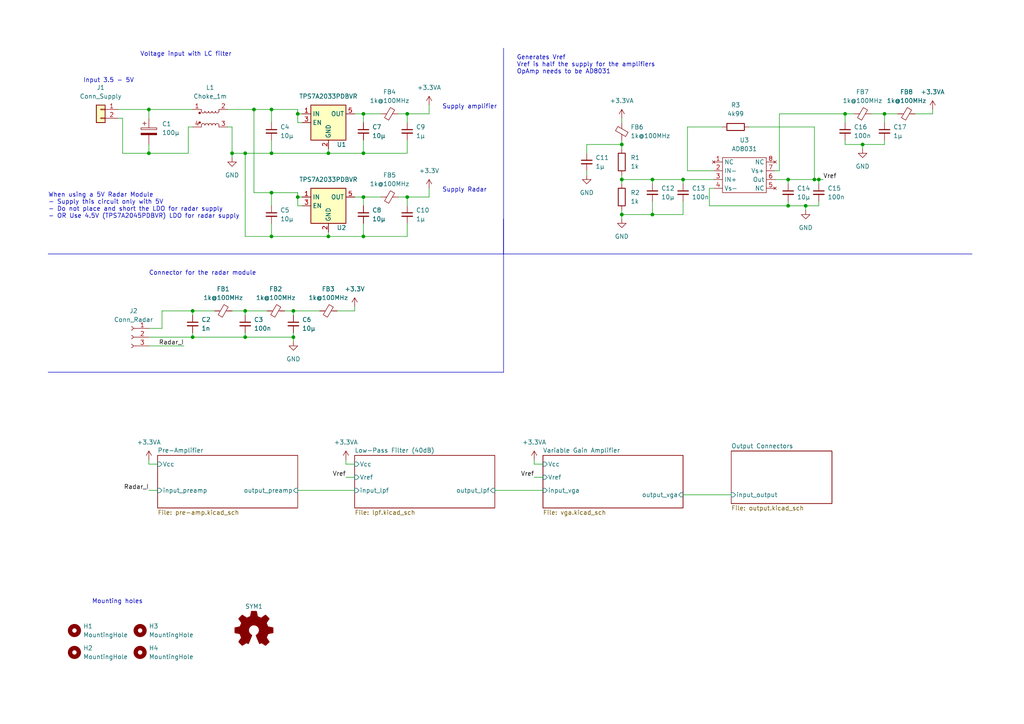
<source format=kicad_sch>
(kicad_sch (version 20230121) (generator eeschema)
  (paper "A4")
  (title_block (title "CITRAD - LNA + LPF PCB") (date "2023-06-19") (rev "1"))
  (lib_symbols
    (symbol "0_custom:AD8031"
      (property "Reference" "U" (at 0 6.35 0))
      (property "Value" "AD8031" (at 0 -6.35 0))
      (symbol "AD8031_0_0"
        (pin no_connect line (at -8.89 3.81 0) (length 2.54) (name "NC") (number "1"))
        (pin input line (at -8.89 1.27 0) (length 2.54) (name "IN-") (number "2"))
        (pin input line (at -8.89 -1.27 0) (length 2.54) (name "IN+") (number "3"))
        (pin power_in line (at -8.89 -3.81 0) (length 2.54) (name "Vs-") (number "4"))
        (pin no_connect line (at 8.89 -3.81 180) (length 2.54) (name "NC") (number "5"))
        (pin output line (at 8.89 -1.27 180) (length 2.54) (name "Out") (number "6"))
        (pin power_in line (at 8.89 1.27 180) (length 2.54) (name "Vs+") (number "7"))
        (pin no_connect line (at 8.89 3.81 180) (length 2.54) (name "NC") (number "8"))
      )
      (symbol "AD8031_0_1"
        (rectangle (start -6.35 5.08) (end 6.35 -5.08))
      )
    )
    (symbol "Connector:Conn_01x03_Socket" (pin_names (offset 1.016) hide)
      (property "Reference" "J" (at 0 5.08 0))
      (property "Value" "Conn_01x03_Socket" (at 0 -5.08 0))
      (symbol "Conn_01x03_Socket_1_1"
        (arc (start 0 -2.032) (mid -0.5058 -2.54) (end 0 -3.048) (stroke (width 0.1524)))
        (polyline (pts (xy -1.27 -2.54) (xy -0.508 -2.54)) (stroke (width 0.1524)))
        (polyline (pts (xy -1.27 0) (xy -0.508 0)) (stroke (width 0.1524)))
        (polyline (pts (xy -1.27 2.54) (xy -0.508 2.54)) (stroke (width 0.1524)))
        (arc (start 0 0.508) (mid -0.5058 0) (end 0 -0.508) (stroke (width 0.1524)))
        (arc (start 0 3.048) (mid -0.5058 2.54) (end 0 2.032) (stroke (width 0.1524)))
        (pin passive line (at -5.08 2.54 0) (length 3.81) (name "Pin_1") (number "1"))
        (pin passive line (at -5.08 0 0) (length 3.81) (name "Pin_2") (number "2"))
        (pin passive line (at -5.08 -2.54 0) (length 3.81) (name "Pin_3") (number "3"))
      )
    )
    (symbol "Connector_Generic:Conn_01x02" (pin_names (offset 1.016) hide)
      (property "Reference" "J" (at 0 2.54 0))
      (property "Value" "Conn_01x02" (at 0 -5.08 0))
      (symbol "Conn_01x02_1_1"
        (rectangle (start -1.27 -2.413) (end 0 -2.667) (stroke (width 0.1524)))
        (rectangle (start -1.27 0.127) (end 0 -0.127) (stroke (width 0.1524)))
        (rectangle (start -1.27 1.27) (end 1.27 -3.81) (stroke (width 0.254)) (fill (type background)))
        (pin passive line (at -5.08 0 0) (length 3.81) (name "Pin_1") (number "1"))
        (pin passive line (at -5.08 -2.54 0) (length 3.81) (name "Pin_2") (number "2"))
      )
    )
    (symbol "Device:C_Polarized" (pin_numbers hide) (pin_names (offset 0.254))
      (property "Reference" "C" (at 0.635 2.54 0))
      (property "Value" "C_Polarized" (at 0.635 -2.54 0))
      (symbol "C_Polarized_0_1"
        (rectangle (start -2.286 0.508) (end 2.286 1.016))
        (polyline (pts (xy -1.778 2.286) (xy -0.762 2.286)))
        (polyline (pts (xy -1.27 2.794) (xy -1.27 1.778)))
        (rectangle (start 2.286 -0.508) (end -2.286 -1.016) (fill (type outline)))
      )
      (symbol "C_Polarized_1_1"
        (pin passive line (at 0 3.81 270) (length 2.794) (name "~") (number "1"))
        (pin passive line (at 0 -3.81 90) (length 2.794) (name "~") (number "2"))
      )
    )
    (symbol "Device:C_Small" (pin_numbers hide) (pin_names (offset 0.254) hide)
      (property "Reference" "C" (at 0.254 1.778 0))
      (property "Value" "C_Small" (at 0.254 -2.032 0))
      (symbol "C_Small_0_1"
        (polyline (pts (xy -1.524 -0.508) (xy 1.524 -0.508)) (stroke (width 0.3302)))
        (polyline (pts (xy -1.524 0.508) (xy 1.524 0.508)) (stroke (width 0.3048)))
      )
      (symbol "C_Small_1_1"
        (pin passive line (at 0 2.54 270) (length 2.032) (name "~") (number "1"))
        (pin passive line (at 0 -2.54 90) (length 2.032) (name "~") (number "2"))
      )
    )
    (symbol "Device:FerriteBead_Small" (pin_numbers hide) (pin_names (offset 0))
      (property "Reference" "FB" (at 1.905 1.27 0))
      (property "Value" "FerriteBead_Small" (at 1.905 -1.27 0))
      (symbol "FerriteBead_Small_0_1"
        (polyline (pts (xy 0 -1.27) (xy 0 -0.7874)))
        (polyline (pts (xy 0 0.889) (xy 0 1.2954)))
        (polyline (pts (xy -1.8288 0.2794) (xy -1.1176 1.4986) (xy 1.8288 -0.2032) (xy 1.1176 -1.4224) (xy -1.8288 0.2794)))
      )
      (symbol "FerriteBead_Small_1_1"
        (pin passive line (at 0 2.54 270) (length 1.27) (name "~") (number "1"))
        (pin passive line (at 0 -2.54 90) (length 1.27) (name "~") (number "2"))
      )
    )
    (symbol "Device:L_Coupled_1243" (pin_names (offset 0.254) hide)
      (property "Reference" "L" (at 0 4.445 0))
      (property "Value" "L_Coupled_1243" (at 0 -4.445 0))
      (symbol "L_Coupled_1243_0_1"
        (circle (center -3.048 -1.27) (radius 0.254) (fill (type outline)))
        (circle (center -3.048 1.524) (radius 0.254) (fill (type outline)))
        (arc (start -2.54 2.032) (mid -2.032 1.5262) (end -1.524 2.032))
        (arc (start -1.524 -2.032) (mid -2.032 -1.5262) (end -2.54 -2.032))
        (arc (start -1.524 2.032) (mid -1.016 1.5262) (end -0.508 2.032))
        (arc (start -0.508 -2.032) (mid -1.016 -1.5262) (end -1.524 -2.032))
        (arc (start -0.508 2.032) (mid 0 1.5262) (end 0.508 2.032))
        (polyline (pts (xy -2.54 -2.032) (xy -2.54 -2.54)))
        (polyline (pts (xy -2.54 2.032) (xy -2.54 2.54)))
        (polyline (pts (xy 2.54 -2.032) (xy 2.54 -2.54)))
        (polyline (pts (xy 2.54 2.54) (xy 2.54 2.032)))
        (arc (start 0.508 -2.032) (mid 0 -1.5262) (end -0.508 -2.032))
        (arc (start 0.508 2.032) (mid 1.016 1.5262) (end 1.524 2.032))
        (arc (start 1.524 -2.032) (mid 1.016 -1.5262) (end 0.508 -2.032))
        (arc (start 1.524 2.032) (mid 2.032 1.5262) (end 2.54 2.032))
        (arc (start 2.54 -2.032) (mid 2.032 -1.5262) (end 1.524 -2.032))
      )
      (symbol "L_Coupled_1243_1_1"
        (pin passive line (at -5.08 2.54 0) (length 2.54) (name "1") (number "1"))
        (pin passive line (at 5.08 2.54 180) (length 2.54) (name "2") (number "2"))
        (pin passive line (at 5.08 -2.54 180) (length 2.54) (name "3") (number "3"))
        (pin passive line (at -5.08 -2.54 0) (length 2.54) (name "4") (number "4"))
      )
    )
    (symbol "Device:R" (pin_numbers hide) (pin_names (offset 0))
      (property "Reference" "R" (at 2.032 0 90))
      (property "Value" "R" (at 0 0 90))
      (symbol "R_0_1"
        (rectangle (start -1.016 -2.54) (end 1.016 2.54) (stroke (width 0.254)))
      )
      (symbol "R_1_1"
        (pin passive line (at 0 3.81 270) (length 1.27) (name "~") (number "1"))
        (pin passive line (at 0 -3.81 90) (length 1.27) (name "~") (number "2"))
      )
    )
    (symbol "Graphic:Logo_Open_Hardware_Small" (in_bom no) (on_board no)
      (symbol "Logo_Open_Hardware_Small_0_1"
        (polyline (pts (xy 3.3528 -4.3434) (xy 3.302 -4.318) (xy 3.175 -4.2418) (xy 2.9972 -4.1148) (xy 2.7686 -3.9624) (xy 2.54 -3.81) (xy 2.3622 -3.7084) (xy 2.2352 -3.6068) (xy 2.1844 -3.5814) (xy 2.159 -3.6068) (xy 2.0574 -3.6576) (xy 1.905 -3.7338) (xy 1.8034 -3.7846) (xy 1.6764 -3.8354) (xy 1.6002 -3.8354) (xy 1.6002 -3.8354) (xy 1.5494 -3.7338) (xy 1.4732 -3.5306) (xy 1.3462 -3.302) (xy 1.2446 -3.0226) (xy 1.1176 -2.7178) (xy 0.9652 -2.413) (xy 0.8636 -2.1082) (xy 0.7366 -1.8288) (xy 0.6604 -1.6256) (xy 0.6096 -1.4732) (xy 0.5842 -1.397) (xy 0.5842 -1.397) (xy 0.6604 -1.3208) (xy 0.7874 -1.2446) (xy 1.0414 -1.016) (xy 1.2954 -0.6858) (xy 1.4478 -0.3302) (xy 1.524 0.0762) (xy 1.4732 0.4572) (xy 1.3208 0.8128) (xy 1.0668 1.143) (xy 0.762 1.3716) (xy 0.4064 1.524) (xy 0 1.5748) (xy -0.381 1.5494) (xy -0.7366 1.397) (xy -1.0668 1.143) (xy -1.2192 0.9906) (xy -1.397 0.6604) (xy -1.524 0.3048) (xy -1.524 0.2286) (xy -1.4986 -0.1778) (xy -1.397 -0.5334) (xy -1.1938 -0.8636) (xy -0.9144 -1.143) (xy -0.8636 -1.1684) (xy -0.7366 -1.27) (xy -0.635 -1.3462) (xy -0.5842 -1.397) (xy -1.0668 -2.5908) (xy -1.143 -2.794) (xy -1.2954 -3.1242) (xy -1.397 -3.4036) (xy -1.4986 -3.6322) (xy -1.5748 -3.7846) (xy -1.6002 -3.8354) (xy -1.6002 -3.8354) (xy -1.651 -3.8354) (xy -1.7272 -3.81) (xy -1.905 -3.7338) (xy -2.0066 -3.683) (xy -2.1336 -3.6068) (xy -2.2098 -3.5814) (xy -2.2606 -3.6068) (xy -2.3622 -3.683) (xy -2.54 -3.81) (xy -2.7686 -3.9624) (xy -2.9718 -4.0894) (xy -3.1496 -4.2164) (xy -3.302 -4.318) (xy -3.3528 -4.3434) (xy -3.3782 -4.3434) (xy -3.429 -4.318) (xy -3.5306 -4.2164) (xy -3.7084 -4.064) (xy -3.937 -3.8354) (xy -3.9624 -3.81) (xy -4.1656 -3.6068) (xy -4.318 -3.4544) (xy -4.4196 -3.3274) (xy -4.445 -3.2766) (xy -4.445 -3.2766) (xy -4.4196 -3.2258) (xy -4.318 -3.0734) (xy -4.2164 -2.8956) (xy -4.064 -2.667) (xy -3.6576 -2.0828) (xy -3.8862 -1.5494) (xy -3.937 -1.3716) (xy -4.0386 -1.1684) (xy -4.0894 -1.0414) (xy -4.1148 -0.9652) (xy -4.191 -0.9398) (xy -4.318 -0.9144) (xy -4.5466 -0.8636) (xy -4.8006 -0.8128) (xy -5.0546 -0.7874) (xy -5.2578 -0.7366) (xy -5.4356 -0.7112) (xy -5.5118 -0.6858) (xy -5.5118 -0.6858) (xy -5.5372 -0.635) (xy -5.5372 -0.5588) (xy -5.5372 -0.4318) (xy -5.5626 -0.2286) (xy -5.5626 0.0762) (xy -5.5626 0.127) (xy -5.5372 0.4064) (xy -5.5372 0.635) (xy -5.5372 0.762) (xy -5.5372 0.8382) (xy -5.5372 0.8382) (xy -5.461 0.8382) (xy -5.3086 0.889) (xy -5.08 0.9144) (xy -4.826 0.9652) (xy -4.8006 0.9906) (xy -4.5466 1.0414) (xy -4.318 1.0668) (xy -4.1656 1.1176) (xy -4.0894 1.143) (xy -4.0894 1.143) (xy -4.0386 1.2446) (xy -3.9624 1.4224) (xy -3.8608 1.6256) (xy -3.7846 1.8288) (xy -3.7084 2.0066) (xy -3.6576 2.159) (xy -3.6322 2.2098) (xy -3.6322 2.2098) (xy -3.683 2.286) (xy -3.7592 2.413) (xy -3.8862 2.5908) (xy -4.064 2.8194) (xy -4.064 2.8448) (xy -4.2164 3.0734) (xy -4.3434 3.2512) (xy -4.4196 3.3782) (xy -4.445 3.4544) (xy -4.445 3.4544) (xy -4.3942 3.5052) (xy -4.2926 3.6322) (xy -4.1148 3.81) (xy -3.937 4.0132) (xy -3.8608 4.064) (xy -3.6576 4.2926) (xy -3.5052 4.4196) (xy -3.4036 4.4958) (xy -3.3528 4.5212) (xy -3.3528 4.5212) (xy -3.302 4.4704) (xy -3.1496 4.3688) (xy -2.9718 4.2418) (xy -2.7432 4.0894) (xy -2.7178 4.0894) (xy -2.4892 3.937) (xy -2.3114 3.81) (xy -2.1844 3.7084) (xy -2.1336 3.683) (xy -2.1082 3.683) (xy -2.032 3.7084) (xy -1.8542 3.7592) (xy -1.6764 3.8354) (xy -1.4732 3.937) (xy -1.27 4.0132) (xy -1.143 4.064) (xy -1.0668 4.1148) (xy -1.0668 4.1148) (xy -1.0414 4.191) (xy -1.016 4.3434) (xy -0.9652 4.572) (xy -0.9144 4.8514) (xy -0.889 4.9022) (xy -0.8382 5.1562) (xy -0.8128 5.3848) (xy -0.7874 5.5372) (xy -0.762 5.588) (xy -0.7112 5.6134) (xy -0.5842 5.6134) (xy -0.4064 5.6134) (xy -0.1524 5.6134) (xy 0.0762 5.6134) (xy 0.3302 5.6134) (xy 0.5334 5.6134) (xy 0.6858 5.588) (xy 0.7366 5.588) (xy 0.7366 5.588) (xy 0.762 5.5118) (xy 0.8128 5.334) (xy 0.8382 5.1054) (xy 0.9144 4.826) (xy 0.9144 4.7752) (xy 0.9652 4.5212) (xy 1.016 4.2926) (xy 1.0414 4.1402) (xy 1.0668 4.0894) (xy 1.0668 4.0894) (xy 1.1938 4.0386) (xy 1.3716 3.9624) (xy 1.5748 3.8608) (xy 2.0828 3.6576) (xy 2.7178 4.0894) (xy 2.7686 4.1402) (xy 2.9972 4.2926) (xy 3.175 4.4196) (xy 3.302 4.4958) (xy 3.3782 4.5212) (xy 3.3782 4.5212) (xy 3.429 4.4704) (xy 3.556 4.3434) (xy 3.7338 4.191) (xy 3.9116 3.9878) (xy 4.064 3.8354) (xy 4.2418 3.6576) (xy 4.3434 3.556) (xy 4.4196 3.4798) (xy 4.4196 3.429) (xy 4.4196 3.4036) (xy 4.3942 3.3274) (xy 4.2926 3.2004) (xy 4.1656 2.9972) (xy 4.0132 2.794) (xy 3.8862 2.5908) (xy 3.7592 2.3876) (xy 3.6576 2.2352) (xy 3.6322 2.159) (xy 3.6322 2.1336) (xy 3.683 2.0066) (xy 3.7592 1.8288) (xy 3.8608 1.6002) (xy 4.064 1.1176) (xy 4.3942 1.0414) (xy 4.5974 1.016) (xy 4.8768 0.9652) (xy 5.1308 0.9144) (xy 5.5372 0.8382) (xy 5.5626 -0.6604) (xy 5.4864 -0.6858) (xy 5.4356 -0.6858) (xy 5.2832 -0.7366) (xy 5.0546 -0.762) (xy 4.8006 -0.8128) (xy 4.5974 -0.8636) (xy 4.3688 -0.9144) (xy 4.2164 -0.9398) (xy 4.1402 -0.9398) (xy 4.1148 -0.9652) (xy 4.064 -1.0668) (xy 3.9878 -1.2446) (xy 3.9116 -1.4478) (xy 3.81 -1.651) (xy 3.7338 -1.8542) (xy 3.683 -2.0066) (xy 3.6576 -2.0828) (xy 3.683 -2.1336) (xy 3.7846 -2.2606) (xy 3.8862 -2.4638) (xy 4.0386 -2.667) (xy 4.191 -2.8956) (xy 4.318 -3.0734) (xy 4.3942 -3.2004) (xy 4.445 -3.2766) (xy 4.4196 -3.3274) (xy 4.3434 -3.429) (xy 4.1656 -3.5814) (xy 3.937 -3.8354) (xy 3.8862 -3.8608) (xy 3.683 -4.064) (xy 3.5306 -4.2164) (xy 3.4036 -4.318) (xy 3.3528 -4.3434)) (fill (type outline)))
      )
    )
    (symbol "Mechanical:MountingHole" (pin_names (offset 1.016))
      (property "Reference" "H" (at 0 5.08 0))
      (property "Value" "MountingHole" (at 0 3.175 0))
      (symbol "MountingHole_0_1"
        (circle (center 0 0) (radius 1.27) (stroke (width 1.27)))
      )
    )
    (symbol "Regulator_Linear:TPS7A0508PDBV"
      (property "Reference" "U" (at -3.81 6.35 0))
      (property "Value" "TPS7A0508PDBV" (at 6.35 6.35 0))
      (symbol "TPS7A0508PDBV_0_1"
        (rectangle (start -5.08 -5.08) (end 5.08 5.08) (stroke (width 0.254)) (fill (type background)))
        (pin power_in line (at -7.62 2.54 0) (length 2.54) (name "IN") (number "1"))
        (pin power_in line (at 0 -7.62 90) (length 2.54) (name "GND") (number "2"))
        (pin input line (at -7.62 0 0) (length 2.54) (name "EN") (number "3"))
        (pin no_connect line (at 5.08 0 180) (length 2.54) hide (name "NC") (number "4"))
        (pin power_out line (at 7.62 2.54 180) (length 2.54) (name "OUT") (number "5"))
      )
    )
    (symbol "power:+3.3V" (power) (pin_names (offset 0))
      (property "Value" "+3.3V" (at 0 3.556 0))
      (symbol "+3.3V_0_1"
        (polyline (pts (xy -0.762 1.27) (xy 0 2.54)))
        (polyline (pts (xy 0 0) (xy 0 2.54)))
        (polyline (pts (xy 0 2.54) (xy 0.762 1.27)))
      )
      (symbol "+3.3V_1_1"
        (pin power_in line (at 0 0 90) (length 0) hide (name "+3.3V") (number "1"))
      )
    )
    (symbol "power:+3.3VA" (power) (pin_names (offset 0))
      (property "Value" "+3.3VA" (at 0 3.556 0))
      (symbol "+3.3VA_0_1"
        (polyline (pts (xy -0.762 1.27) (xy 0 2.54)))
        (polyline (pts (xy 0 0) (xy 0 2.54)))
        (polyline (pts (xy 0 2.54) (xy 0.762 1.27)))
      )
      (symbol "+3.3VA_1_1"
        (pin power_in line (at 0 0 90) (length 0) hide (name "+3.3VA") (number "1"))
      )
    )
    (symbol "power:GND" (power) (pin_names (offset 0))
      (property "Value" "GND" (at 0 -3.81 0))
      (symbol "GND_0_1"
        (polyline (pts (xy 0 0) (xy 0 -1.27) (xy 1.27 -1.27) (xy 0 -2.54) (xy -1.27 -1.27) (xy 0 -1.27)))
      )
      (symbol "GND_1_1"
        (pin power_in line (at 0 0 270) (length 0) hide (name "GND") (number "1"))
      )
    )
  )
  (junction (at 78.74 44.45))
  (junction (at 78.74 55.88))
  (junction (at 105.41 33.02))
  (junction (at 233.68 59.69))
  (junction (at 95.25 68.58))
  (junction (at 105.41 44.45))
  (junction (at 78.74 68.58))
  (junction (at 86.36 57.15))
  (junction (at 228.6 59.69))
  (junction (at 85.09 97.79))
  (junction (at 118.11 33.02))
  (junction (at 95.25 44.45))
  (junction (at 71.12 97.79))
  (junction (at 71.12 44.45))
  (junction (at 78.74 31.75))
  (junction (at 43.18 31.75))
  (junction (at 180.34 41.91))
  (junction (at 189.23 52.07))
  (junction (at 198.12 52.07))
  (junction (at 250.19 41.91))
  (junction (at 67.31 44.45))
  (junction (at 85.09 90.17))
  (junction (at 180.34 52.07))
  (junction (at 189.23 62.23))
  (junction (at 105.41 57.15))
  (junction (at 55.88 97.79))
  (junction (at 71.12 90.17))
  (junction (at 55.88 90.17))
  (junction (at 256.54 33.02))
  (junction (at 180.34 62.23))
  (junction (at 228.6 52.07))
  (junction (at 105.41 68.58))
  (junction (at 245.11 33.02))
  (junction (at 118.11 57.15))
  (junction (at 73.66 31.75))
  (junction (at 237.49 52.07))
  (junction (at 43.18 44.45))
  (junction (at 236.22 52.07))
  (junction (at 86.36 33.02))
  (wire (pts (xy 256.54 40.64) (xy 256.54 41.91)))
  (wire (pts (xy 55.88 91.44) (xy 55.88 90.17)))
  (wire (pts (xy 86.36 59.69) (xy 87.63 59.69)))
  (wire (pts (xy 245.11 41.91) (xy 250.19 41.91)))
  (wire (pts (xy 95.25 68.58) (xy 105.41 68.58)))
  (wire (pts (xy 71.12 91.44) (xy 71.12 90.17)))
  (wire (pts (xy 180.34 50.8) (xy 180.34 52.07)))
  (wire (pts (xy 71.12 68.58) (xy 71.12 44.45)))
  (wire (pts (xy 55.88 36.83) (xy 54.61 36.83)))
  (wire (pts (xy 55.88 90.17) (xy 46.99 90.17)))
  (wire (pts (xy 180.34 62.23) (xy 180.34 63.5)))
  (wire (pts (xy 115.57 57.15) (xy 118.11 57.15)))
  (wire (pts (xy 35.56 34.29) (xy 35.56 44.45)))
  (wire (pts (xy 207.01 49.53) (xy 199.39 49.53)))
  (wire (pts (xy 124.46 30.48) (xy 124.46 33.02)))
  (wire (pts (xy 228.6 59.69) (xy 233.68 59.69)))
  (wire (pts (xy 105.41 40.64) (xy 105.41 44.45)))
  (wire (pts (xy 95.25 44.45) (xy 105.41 44.45)))
  (wire (pts (xy 154.94 134.62) (xy 154.94 133.35)))
  (wire (pts (xy 228.6 52.07) (xy 236.22 52.07)))
  (wire (pts (xy 43.18 31.75) (xy 43.18 34.29)))
  (wire (pts (xy 118.11 44.45) (xy 118.11 40.64)))
  (wire (pts (xy 180.34 34.29) (xy 180.34 35.56)))
  (wire (pts (xy 124.46 54.61) (xy 124.46 57.15)))
  (wire (pts (xy 97.79 90.17) (xy 102.87 90.17)))
  (wire (pts (xy 86.36 57.15) (xy 87.63 57.15)))
  (wire (pts (xy 102.87 33.02) (xy 105.41 33.02)))
  (wire (pts (xy 118.11 57.15) (xy 124.46 57.15)))
  (wire (pts (xy 102.87 57.15) (xy 105.41 57.15)))
  (wire (pts (xy 95.25 68.58) (xy 95.25 67.31)))
  (wire (pts (xy 237.49 52.07) (xy 237.49 53.34)))
  (wire (pts (xy 118.11 33.02) (xy 118.11 35.56)))
  (wire (pts (xy 105.41 57.15) (xy 105.41 59.69)))
  (wire (pts (xy 199.39 36.83) (xy 199.39 49.53)))
  (wire (pts (xy 209.55 36.83) (xy 199.39 36.83)))
  (wire (pts (xy 180.34 41.91) (xy 180.34 43.18)))
  (wire (pts (xy 157.48 134.62) (xy 154.94 134.62)))
  (wire (pts (xy 55.88 97.79) (xy 71.12 97.79)))
  (wire (pts (xy 198.12 143.51) (xy 212.09 143.51)))
  (wire (pts (xy 86.36 35.56) (xy 87.63 35.56)))
  (wire (pts (xy 71.12 44.45) (xy 78.74 44.45)))
  (wire (pts (xy 71.12 96.52) (xy 71.12 97.79)))
  (wire (pts (xy 73.66 55.88) (xy 73.66 31.75)))
  (polyline (pts (xy 13.97 107.95) (xy 146.05 107.95)))
  (wire (pts (xy 205.74 54.61) (xy 207.01 54.61)))
  (wire (pts (xy 256.54 35.56) (xy 256.54 33.02)))
  (wire (pts (xy 100.33 134.62) (xy 100.33 133.35)))
  (wire (pts (xy 78.74 31.75) (xy 86.36 31.75)))
  (wire (pts (xy 198.12 52.07) (xy 198.12 53.34)))
  (wire (pts (xy 115.57 33.02) (xy 118.11 33.02)))
  (wire (pts (xy 252.73 33.02) (xy 256.54 33.02)))
  (wire (pts (xy 67.31 44.45) (xy 67.31 45.72)))
  (wire (pts (xy 189.23 58.42) (xy 189.23 62.23)))
  (wire (pts (xy 236.22 52.07) (xy 237.49 52.07)))
  (wire (pts (xy 67.31 44.45) (xy 71.12 44.45)))
  (wire (pts (xy 236.22 36.83) (xy 217.17 36.83)))
  (wire (pts (xy 180.34 62.23) (xy 189.23 62.23)))
  (wire (pts (xy 170.18 49.53) (xy 170.18 50.8)))
  (wire (pts (xy 205.74 59.69) (xy 228.6 59.69)))
  (wire (pts (xy 78.74 64.77) (xy 78.74 68.58)))
  (wire (pts (xy 228.6 52.07) (xy 228.6 53.34)))
  (wire (pts (xy 78.74 55.88) (xy 78.74 59.69)))
  (wire (pts (xy 118.11 57.15) (xy 118.11 59.69)))
  (wire (pts (xy 43.18 134.62) (xy 43.18 133.35)))
  (wire (pts (xy 78.74 55.88) (xy 86.36 55.88)))
  (wire (pts (xy 86.36 33.02) (xy 87.63 33.02)))
  (wire (pts (xy 198.12 62.23) (xy 198.12 58.42)))
  (wire (pts (xy 78.74 68.58) (xy 71.12 68.58)))
  (wire (pts (xy 35.56 44.45) (xy 43.18 44.45)))
  (wire (pts (xy 228.6 58.42) (xy 228.6 59.69)))
  (polyline (pts (xy 13.97 73.66) (xy 146.05 73.66)))
  (wire (pts (xy 43.18 142.24) (xy 45.72 142.24)))
  (wire (pts (xy 43.18 100.33) (xy 53.34 100.33)))
  (wire (pts (xy 95.25 68.58) (xy 78.74 68.58)))
  (wire (pts (xy 105.41 68.58) (xy 118.11 68.58)))
  (wire (pts (xy 43.18 31.75) (xy 55.88 31.75)))
  (wire (pts (xy 180.34 52.07) (xy 180.34 53.34)))
  (wire (pts (xy 154.94 138.43) (xy 157.48 138.43)))
  (wire (pts (xy 143.51 142.24) (xy 157.48 142.24)))
  (wire (pts (xy 78.74 40.64) (xy 78.74 44.45)))
  (wire (pts (xy 54.61 36.83) (xy 54.61 44.45)))
  (wire (pts (xy 45.72 134.62) (xy 43.18 134.62)))
  (wire (pts (xy 78.74 31.75) (xy 78.74 35.56)))
  (wire (pts (xy 43.18 44.45) (xy 54.61 44.45)))
  (wire (pts (xy 67.31 36.83) (xy 67.31 44.45)))
  (wire (pts (xy 226.06 49.53) (xy 226.06 33.02)))
  (wire (pts (xy 105.41 64.77) (xy 105.41 68.58)))
  (wire (pts (xy 71.12 90.17) (xy 77.47 90.17)))
  (wire (pts (xy 55.88 90.17) (xy 62.23 90.17)))
  (wire (pts (xy 102.87 90.17) (xy 102.87 88.9)))
  (wire (pts (xy 236.22 52.07) (xy 236.22 36.83)))
  (wire (pts (xy 34.29 34.29) (xy 35.56 34.29)))
  (wire (pts (xy 233.68 59.69) (xy 233.68 60.96)))
  (wire (pts (xy 100.33 138.43) (xy 102.87 138.43)))
  (wire (pts (xy 105.41 57.15) (xy 110.49 57.15)))
  (wire (pts (xy 95.25 44.45) (xy 95.25 43.18)))
  (wire (pts (xy 71.12 90.17) (xy 67.31 90.17)))
  (wire (pts (xy 118.11 68.58) (xy 118.11 64.77)))
  (wire (pts (xy 102.87 134.62) (xy 100.33 134.62)))
  (polyline (pts (xy 146.05 13.97) (xy 146.05 73.66)))
  (wire (pts (xy 265.43 33.02) (xy 270.51 33.02)))
  (wire (pts (xy 82.55 90.17) (xy 85.09 90.17)))
  (wire (pts (xy 205.74 54.61) (xy 205.74 59.69)))
  (wire (pts (xy 34.29 31.75) (xy 43.18 31.75)))
  (wire (pts (xy 180.34 41.91) (xy 170.18 41.91)))
  (wire (pts (xy 66.04 36.83) (xy 67.31 36.83)))
  (wire (pts (xy 245.11 33.02) (xy 247.65 33.02)))
  (wire (pts (xy 256.54 33.02) (xy 260.35 33.02)))
  (wire (pts (xy 224.79 49.53) (xy 226.06 49.53)))
  (wire (pts (xy 189.23 52.07) (xy 189.23 53.34)))
  (wire (pts (xy 245.11 40.64) (xy 245.11 41.91)))
  (wire (pts (xy 270.51 33.02) (xy 270.51 31.75)))
  (wire (pts (xy 233.68 59.69) (xy 237.49 59.69)))
  (wire (pts (xy 43.18 97.79) (xy 55.88 97.79)))
  (wire (pts (xy 237.49 59.69) (xy 237.49 58.42)))
  (polyline (pts (xy 146.05 73.66) (xy 281.94 73.66)))
  (wire (pts (xy 86.36 59.69) (xy 86.36 57.15)))
  (wire (pts (xy 43.18 41.91) (xy 43.18 44.45)))
  (wire (pts (xy 86.36 35.56) (xy 86.36 33.02)))
  (wire (pts (xy 198.12 52.07) (xy 207.01 52.07)))
  (wire (pts (xy 198.12 52.07) (xy 189.23 52.07)))
  (wire (pts (xy 86.36 142.24) (xy 102.87 142.24)))
  (wire (pts (xy 237.49 52.07) (xy 238.76 52.07)))
  (wire (pts (xy 180.34 52.07) (xy 189.23 52.07)))
  (wire (pts (xy 66.04 31.75) (xy 73.66 31.75)))
  (wire (pts (xy 189.23 62.23) (xy 198.12 62.23)))
  (wire (pts (xy 46.99 90.17) (xy 46.99 95.25)))
  (wire (pts (xy 105.41 33.02) (xy 105.41 35.56)))
  (wire (pts (xy 85.09 97.79) (xy 85.09 99.06)))
  (wire (pts (xy 105.41 33.02) (xy 110.49 33.02)))
  (wire (pts (xy 170.18 41.91) (xy 170.18 44.45)))
  (wire (pts (xy 180.34 60.96) (xy 180.34 62.23)))
  (wire (pts (xy 118.11 33.02) (xy 124.46 33.02)))
  (wire (pts (xy 78.74 55.88) (xy 73.66 55.88)))
  (wire (pts (xy 73.66 31.75) (xy 78.74 31.75)))
  (wire (pts (xy 250.19 41.91) (xy 256.54 41.91)))
  (wire (pts (xy 95.25 44.45) (xy 78.74 44.45)))
  (wire (pts (xy 180.34 40.64) (xy 180.34 41.91)))
  (wire (pts (xy 224.79 52.07) (xy 228.6 52.07)))
  (wire (pts (xy 43.18 95.25) (xy 46.99 95.25)))
  (wire (pts (xy 86.36 31.75) (xy 86.36 33.02)))
  (wire (pts (xy 245.11 33.02) (xy 245.11 35.56)))
  (wire (pts (xy 85.09 90.17) (xy 85.09 91.44)))
  (wire (pts (xy 226.06 33.02) (xy 245.11 33.02)))
  (wire (pts (xy 86.36 55.88) (xy 86.36 57.15)))
  (wire (pts (xy 55.88 96.52) (xy 55.88 97.79)))
  (wire (pts (xy 85.09 90.17) (xy 92.71 90.17)))
  (wire (pts (xy 71.12 97.79) (xy 85.09 97.79)))
  (wire (pts (xy 85.09 96.52) (xy 85.09 97.79)))
  (wire (pts (xy 105.41 44.45) (xy 118.11 44.45)))
  (polyline (pts (xy 146.05 107.95) (xy 146.05 63.5)))
  (wire (pts (xy 250.19 41.91) (xy 250.19 43.18)))
  (text "Generates Vref\nVref is half the supply for the amplifiers\nOpAmp needs to be AD8031" (at 149.86 21.59 0) (effects (font (size 1.27 1.27)) (justify left bottom)))
  (text "Supply amplifier" (at 128.27 31.75 0) (effects (font (size 1.27 1.27)) (justify left bottom)))
  (text "Supply Radar" (at 128.27 55.88 0) (effects (font (size 1.27 1.27)) (justify left bottom)))
  (text "Voltage input with LC filter" (at 40.64 16.51 0) (effects (font (size 1.27 1.27)) (justify left bottom)))
  (text "Mounting holes" (at 26.67 175.26 0) (effects (font (size 1.27 1.27)) (justify left bottom)))
  (text "Connector for the radar module" (at 43.18 80.01 0) (effects (font (size 1.27 1.27)) (justify left bottom)))
  (text "When using a 5V Radar Module\n- Supply this circuit only with 5V\n- Do not place and short the LDO for radar supply\n- OR Use 4.5V (TPS7A2045PDBVR) LDO for radar supply" (at 13.97 63.5 0) (effects (font (size 1.27 1.27)) (justify left bottom)))
  (text "Input 3.5 - 5V\n" (at 24.13 24.13 0) (effects (font (size 1.27 1.27)) (justify left bottom)))
  (label "Radar_I" (at 43.18 142.24 180))
  (label "Vref" (at 100.33 138.43 180))
  (label "Radar_I" (at 53.34 100.33 180))
  (label "Vref" (at 238.76 52.07 0))
  (label "Vref" (at 154.94 138.43 180))
  (symbol (lib_id "Connector:Conn_01x03_Socket") (at 38.1 97.79 0) (mirror y) (unit 1)
    (property "Reference" "J2" (at 38.735 90.17 0))
    (property "Value" "Conn_Radar" (at 38.735 92.71 0))
    (property "Footprint" "Connector_PinSocket_2.54mm:PinSocket_1x03_P2.54mm_Vertical" (effects hide))
  )
  (symbol (lib_id "Device:FerriteBead_Small") (at 80.01 90.17 90) (unit 1)
    (property "Reference" "FB2" (at 79.9719 83.82 90))
    (property "Value" "1k@100MHz" (at 79.9719 86.36 90))
    (property "Footprint" "Inductor_SMD:L_1206_3216Metric_Pad1.22x1.90mm_HandSolder" (effects hide))
    (property "Manufacture #" "BLM31KN102SN1L" (effects hide))
  )
  (symbol (lib_id "Mechanical:MountingHole") (at 21.59 189.23 0) (unit 1)
    (property "Reference" "H2" (at 24.13 187.9599 0) (effects (justify left)))
    (property "Value" "MountingHole" (at 24.13 190.4999 0) (effects (justify left)))
    (property "Footprint" "MountingHole:MountingHole_3.2mm_M3" (effects hide))
  )
  (symbol (lib_id "power:+3.3VA") (at 124.46 30.48 0) (unit 1)
    (property "Reference" "#PWR04" (effects hide))
    (property "Value" "+3.3VA" (at 124.46 25.4 0))
  )
  (symbol (lib_id "Device:C_Small") (at 85.09 93.98 0) (unit 1)
    (property "Reference" "C6" (at 87.63 92.7162 0) (effects (justify left)))
    (property "Value" "10µ" (at 87.63 95.2562 0) (effects (justify left)))
    (property "Footprint" "Capacitor_SMD:C_1206_3216Metric_Pad1.33x1.80mm_HandSolder" (effects hide))
    (property "Manufacture #" "C1206C106K4RACTU" (effects hide))
  )
  (symbol (lib_id "Device:C_Small") (at 228.6 55.88 0) (unit 1)
    (property "Reference" "C14" (at 231.14 54.6162 0) (effects (justify left)))
    (property "Value" "10µ" (at 231.14 57.1562 0) (effects (justify left)))
    (property "Footprint" "Capacitor_SMD:C_1206_3216Metric_Pad1.33x1.80mm_HandSolder" (effects hide))
    (property "Manufacture #" "C1206C106K4RACTU" (effects hide))
  )
  (symbol (lib_id "Device:C_Small") (at 256.54 38.1 0) (unit 1)
    (property "Reference" "C17" (at 259.08 36.8363 0) (effects (justify left)))
    (property "Value" "1µ" (at 259.08 39.3763 0) (effects (justify left)))
    (property "Footprint" "Capacitor_SMD:C_1206_3216Metric_Pad1.33x1.80mm_HandSolder" (effects hide))
    (property "Manufacture #" "C1206C105K4RACTU" (effects hide))
  )
  (symbol (lib_id "Device:C_Small") (at 118.11 62.23 0) (unit 1)
    (property "Reference" "C10" (at 120.65 60.9662 0) (effects (justify left)))
    (property "Value" "1µ" (at 120.65 63.5062 0) (effects (justify left)))
    (property "Footprint" "Capacitor_SMD:C_1206_3216Metric_Pad1.33x1.80mm_HandSolder" (effects hide))
    (property "Manufacture #" "C1206C105K4RACTU" (effects hide))
  )
  (symbol (lib_id "power:+3.3VA") (at 43.18 133.35 0) (unit 1)
    (property "Reference" "#PWR016" (effects hide))
    (property "Value" "+3.3VA" (at 43.18 128.27 0))
  )
  (symbol (lib_id "power:GND") (at 250.19 43.18 0) (unit 1)
    (property "Reference" "#PWR010" (effects hide))
    (property "Value" "GND" (at 250.19 48.26 0))
  )
  (symbol (lib_id "Regulator_Linear:TPS7A0508PDBV") (at 95.25 59.69 0) (unit 1)
    (property "Reference" "U2" (at 99.06 66.04 0))
    (property "Value" "TPS7A2033PDBVR" (at 95.25 52.07 0))
    (property "Footprint" "Package_TO_SOT_SMD:SOT-23-5" (effects hide))
    (property "Manufacture #" "TPS7A2033PDBVR" (effects hide))
  )
  (symbol (lib_id "Device:FerriteBead_Small") (at 113.03 57.15 90) (unit 1)
    (property "Reference" "FB5" (at 112.9919 50.8 90))
    (property "Value" "1k@100MHz" (at 112.9919 53.34 90))
    (property "Footprint" "Inductor_SMD:L_1206_3216Metric_Pad1.22x1.90mm_HandSolder" (effects hide))
    (property "Manufacture #" "BLM31KN102SN1L" (effects hide))
  )
  (symbol (lib_id "Device:FerriteBead_Small") (at 64.77 90.17 90) (unit 1)
    (property "Reference" "FB1" (at 64.7319 83.82 90))
    (property "Value" "1k@100MHz" (at 64.7319 86.36 90))
    (property "Footprint" "Inductor_SMD:L_1206_3216Metric_Pad1.22x1.90mm_HandSolder" (effects hide))
    (property "Manufacture #" "BLM31KN102SN1L" (effects hide))
  )
  (symbol (lib_id "Graphic:Logo_Open_Hardware_Small") (at 73.66 182.88 0) (unit 1) (in_bom no)
    (property "Reference" "SYM1" (at 73.66 175.895 0))
    (property "Value" "Logo_Open_Hardware_Small" (effects hide))
    (property "Footprint" "Symbol:OSHW-Logo2_14.6x12mm_SilkScreen" (effects hide))
    (property "Sim.Enable" "0" (effects hide))
  )
  (symbol (lib_id "Device:FerriteBead_Small") (at 262.89 33.02 270) (unit 1)
    (property "Reference" "FB8" (at 262.9281 26.67 90))
    (property "Value" "1k@100MHz" (at 262.9281 29.21 90))
    (property "Footprint" "Inductor_SMD:L_1206_3216Metric_Pad1.22x1.90mm_HandSolder" (effects hide))
    (property "Manufacture #" "BLM31KN102SN1L" (effects hide))
  )
  (symbol (lib_id "Mechanical:MountingHole") (at 40.64 182.88 0) (unit 1)
    (property "Reference" "H3" (at 43.18 181.6099 0) (effects (justify left)))
    (property "Value" "MountingHole" (at 43.18 184.1499 0) (effects (justify left)))
    (property "Footprint" "MountingHole:MountingHole_3.2mm_M3" (effects hide))
  )
  (symbol (lib_id "power:+3.3V") (at 124.46 54.61 0) (unit 1)
    (property "Reference" "#PWR05" (effects hide))
    (property "Value" "+3.3V" (at 124.46 49.53 0))
  )
  (symbol (lib_id "power:+3.3VA") (at 100.33 133.35 0) (unit 1)
    (property "Reference" "#PWR017" (effects hide))
    (property "Value" "+3.3VA" (at 100.33 128.27 0))
  )
  (symbol (lib_id "Device:C_Small") (at 78.74 38.1 0) (unit 1)
    (property "Reference" "C4" (at 81.28 36.8362 0) (effects (justify left)))
    (property "Value" "10µ" (at 81.28 39.3762 0) (effects (justify left)))
    (property "Footprint" "Capacitor_SMD:C_1206_3216Metric_Pad1.33x1.80mm_HandSolder" (effects hide))
    (property "Manufacture #" "C1206C106K4RACTU" (effects hide))
  )
  (symbol (lib_id "power:+3.3VA") (at 154.94 133.35 0) (unit 1)
    (property "Reference" "#PWR031" (effects hide))
    (property "Value" "+3.3VA" (at 154.94 128.27 0))
  )
  (symbol (lib_id "power:+3.3VA") (at 180.34 34.29 0) (unit 1)
    (property "Reference" "#PWR07" (effects hide))
    (property "Value" "+3.3VA" (at 180.34 29.21 0))
  )
  (symbol (lib_id "Device:R") (at 213.36 36.83 90) (unit 1)
    (property "Reference" "R3" (at 213.36 30.48 90))
    (property "Value" "4k99" (at 213.36 33.02 90))
    (property "Footprint" "Resistor_SMD:R_1206_3216Metric_Pad1.30x1.75mm_HandSolder" (effects hide))
    (property "Manufacture #" "CR1206-FX-4991ELF" (effects hide))
  )
  (symbol (lib_id "Connector_Generic:Conn_01x02") (at 29.21 31.75 0) (mirror y) (unit 1)
    (property "Reference" "J1" (at 29.21 25.4 0))
    (property "Value" "Conn_Supply" (at 29.21 27.94 0))
    (property "Footprint" "Connector_PinSocket_2.54mm:PinSocket_1x02_P2.54mm_Vertical" (effects hide))
  )
  (symbol (lib_id "power:GND") (at 180.34 63.5 0) (unit 1)
    (property "Reference" "#PWR08" (effects hide))
    (property "Value" "GND" (at 180.34 68.58 0))
  )
  (symbol (lib_id "Device:C_Small") (at 189.23 55.88 0) (unit 1)
    (property "Reference" "C12" (at 191.77 54.6162 0) (effects (justify left)))
    (property "Value" "10µ" (at 191.77 57.1562 0) (effects (justify left)))
    (property "Footprint" "Capacitor_SMD:C_1206_3216Metric_Pad1.33x1.80mm_HandSolder" (effects hide))
    (property "Manufacture #" "C1206C106K4RACTU" (effects hide))
  )
  (symbol (lib_id "power:GND") (at 67.31 45.72 0) (unit 1)
    (property "Reference" "#PWR01" (effects hide))
    (property "Value" "GND" (at 67.31 50.8 0))
  )
  (symbol (lib_id "Device:C_Small") (at 237.49 55.88 0) (unit 1)
    (property "Reference" "C15" (at 240.03 54.6162 0) (effects (justify left)))
    (property "Value" "100n" (at 240.03 57.1562 0) (effects (justify left)))
    (property "Footprint" "Capacitor_SMD:C_1206_3216Metric_Pad1.33x1.80mm_HandSolder" (effects hide))
    (property "Manufacture #" "C1206C104M5RACTU" (effects hide))
  )
  (symbol (lib_id "Device:C_Small") (at 118.11 38.1 0) (unit 1)
    (property "Reference" "C9" (at 120.65 36.8362 0) (effects (justify left)))
    (property "Value" "1µ" (at 120.65 39.3762 0) (effects (justify left)))
    (property "Footprint" "Capacitor_SMD:C_1206_3216Metric_Pad1.33x1.80mm_HandSolder" (effects hide))
    (property "Manufacture #" "C1206C105K4RACTU" (effects hide))
  )
  (symbol (lib_id "0_custom:AD8031") (at 215.9 50.8 0) (unit 1)
    (property "Reference" "U3" (at 215.9 40.64 0))
    (property "Value" "AD8031" (at 215.9 43.18 0))
    (property "Footprint" "Package_SO:SOIC-8_3.9x4.9mm_P1.27mm" (effects hide))
    (property "Manufacture #" "AD8031ARZ" (effects hide))
  )
  (symbol (lib_id "power:+3.3V") (at 102.87 88.9 0) (unit 1)
    (property "Reference" "#PWR03" (effects hide))
    (property "Value" "+3.3V" (at 102.87 83.82 0))
  )
  (symbol (lib_id "Device:C_Small") (at 71.12 93.98 0) (unit 1)
    (property "Reference" "C3" (at 73.66 92.71 0) (effects (justify left)))
    (property "Value" "100n" (at 73.66 95.25 0) (effects (justify left)))
    (property "Footprint" "Capacitor_SMD:C_1206_3216Metric_Pad1.33x1.80mm_HandSolder" (effects hide))
    (property "Manufacture #" "C1206C104M5RACTU" (effects hide))
  )
  (symbol (lib_id "Device:C_Small") (at 198.12 55.88 0) (unit 1)
    (property "Reference" "C13" (at 200.66 54.6162 0) (effects (justify left)))
    (property "Value" "100n" (at 200.66 57.1562 0) (effects (justify left)))
    (property "Footprint" "Capacitor_SMD:C_1206_3216Metric_Pad1.33x1.80mm_HandSolder" (effects hide))
    (property "Manufacture #" "C1206C104M5RACTU" (effects hide))
  )
  (symbol (lib_id "power:GND") (at 85.09 99.06 0) (unit 1)
    (property "Reference" "#PWR02" (effects hide))
    (property "Value" "GND" (at 85.09 104.14 0))
  )
  (symbol (lib_id "Device:C_Small") (at 170.18 46.99 0) (unit 1)
    (property "Reference" "C11" (at 172.72 45.7263 0) (effects (justify left)))
    (property "Value" "1µ" (at 172.72 48.2663 0) (effects (justify left)))
    (property "Footprint" "Capacitor_SMD:C_1206_3216Metric_Pad1.33x1.80mm_HandSolder" (effects hide))
    (property "Manufacture #" "C1206C105K4RACTU" (effects hide))
  )
  (symbol (lib_id "Regulator_Linear:TPS7A0508PDBV") (at 95.25 35.56 0) (unit 1)
    (property "Reference" "U1" (at 99.06 41.91 0))
    (property "Value" "TPS7A2033PDBVR" (at 95.25 27.94 0))
    (property "Footprint" "Package_TO_SOT_SMD:SOT-23-5" (effects hide))
    (property "Manufacture #" "TPS7A2033PDBVR" (effects hide))
  )
  (symbol (lib_id "Device:FerriteBead_Small") (at 250.19 33.02 90) (unit 1)
    (property "Reference" "FB7" (at 250.1519 26.67 90))
    (property "Value" "1k@100MHz" (at 250.1519 29.21 90))
    (property "Footprint" "Inductor_SMD:L_1206_3216Metric_Pad1.22x1.90mm_HandSolder" (effects hide))
    (property "Manufacture #" "BLM31KN102SN1L" (effects hide))
  )
  (symbol (lib_id "Mechanical:MountingHole") (at 40.64 189.23 0) (unit 1)
    (property "Reference" "H4" (at 43.18 187.9599 0) (effects (justify left)))
    (property "Value" "MountingHole" (at 43.18 190.4999 0) (effects (justify left)))
    (property "Footprint" "MountingHole:MountingHole_3.2mm_M3" (effects hide))
  )
  (symbol (lib_id "Device:C_Small") (at 105.41 62.23 0) (unit 1)
    (property "Reference" "C8" (at 107.95 60.9662 0) (effects (justify left)))
    (property "Value" "10µ" (at 107.95 63.5062 0) (effects (justify left)))
    (property "Footprint" "Capacitor_SMD:C_1206_3216Metric_Pad1.33x1.80mm_HandSolder" (effects hide))
    (property "Manufacture #" "C1206C106K4RACTU" (effects hide))
  )
  (symbol (lib_id "Device:FerriteBead_Small") (at 95.25 90.17 90) (unit 1)
    (property "Reference" "FB3" (at 95.2119 83.82 90))
    (property "Value" "1k@100MHz" (at 95.2119 86.36 90))
    (property "Footprint" "Inductor_SMD:L_1206_3216Metric_Pad1.22x1.90mm_HandSolder" (effects hide))
    (property "Manufacture #" "BLM31KN102SN1L" (effects hide))
  )
  (symbol (lib_id "Device:C_Polarized") (at 43.18 38.1 0) (unit 1)
    (property "Reference" "C1" (at 46.99 35.941 0) (effects (justify left)))
    (property "Value" "100µ" (at 46.99 38.481 0) (effects (justify left)))
    (property "Footprint" "Capacitor_SMD:C_Elec_6.3x7.7" (effects hide))
    (property "Manufacture #" "865060343005" (effects hide))
  )
  (symbol (lib_id "power:+3.3VA") (at 270.51 31.75 0) (unit 1)
    (property "Reference" "#PWR011" (effects hide))
    (property "Value" "+3.3VA" (at 270.51 26.67 0))
  )
  (symbol (lib_id "Device:C_Small") (at 245.11 38.1 0) (unit 1)
    (property "Reference" "C16" (at 247.65 36.8363 0) (effects (justify left)))
    (property "Value" "100n" (at 247.65 39.3763 0) (effects (justify left)))
    (property "Footprint" "Capacitor_SMD:C_1206_3216Metric_Pad1.33x1.80mm_HandSolder" (effects hide))
    (property "Manufacture #" "C1206C104M5RACTU" (effects hide))
  )
  (symbol (lib_id "Device:FerriteBead_Small") (at 113.03 33.02 90) (unit 1)
    (property "Reference" "FB4" (at 112.9919 26.67 90))
    (property "Value" "1k@100MHz" (at 112.9919 29.21 90))
    (property "Footprint" "Inductor_SMD:L_1206_3216Metric_Pad1.22x1.90mm_HandSolder" (effects hide))
    (property "Manufacture #" "BLM31KN102SN1L" (effects hide))
  )
  (symbol (lib_id "Device:FerriteBead_Small") (at 180.34 38.1 180) (unit 1)
    (property "Reference" "FB6" (at 182.88 36.868 0) (effects (justify right)))
    (property "Value" "1k@100MHz" (at 182.88 39.408 0) (effects (justify right)))
    (property "Footprint" "Inductor_SMD:L_1206_3216Metric_Pad1.22x1.90mm_HandSolder" (effects hide))
    (property "Manufacture #" "BLM31KN102SN1L" (effects hide))
  )
  (symbol (lib_id "Device:L_Coupled_1243") (at 60.96 34.29 0) (unit 1)
    (property "Reference" "L1" (at 60.96 25.4 0))
    (property "Value" "Choke_1m" (at 60.96 27.94 0))
    (property "Footprint" "radaramp_footprints:Bourns_SRF1006" (effects hide))
    (property "Manufacture #" "SRF1006-102Y" (effects hide))
  )
  (symbol (lib_id "Mechanical:MountingHole") (at 21.59 182.88 0) (unit 1)
    (property "Reference" "H1" (at 24.13 181.6099 0) (effects (justify left)))
    (property "Value" "MountingHole" (at 24.13 184.1499 0) (effects (justify left)))
    (property "Footprint" "MountingHole:MountingHole_3.2mm_M3" (effects hide))
  )
  (symbol (lib_id "Device:C_Small") (at 55.88 93.98 0) (unit 1)
    (property "Reference" "C2" (at 58.42 92.71 0) (effects (justify left)))
    (property "Value" "1n" (at 58.42 95.25 0) (effects (justify left)))
    (property "Footprint" "Capacitor_SMD:C_1206_3216Metric_Pad1.33x1.80mm_HandSolder" (effects hide))
    (property "Manufacture #" "C1206C102M5RACTU" (effects hide))
  )
  (symbol (lib_id "Device:C_Small") (at 78.74 62.23 0) (unit 1)
    (property "Reference" "C5" (at 81.28 60.9662 0) (effects (justify left)))
    (property "Value" "10µ" (at 81.28 63.5062 0) (effects (justify left)))
    (property "Footprint" "Capacitor_SMD:C_1206_3216Metric_Pad1.33x1.80mm_HandSolder" (effects hide))
    (property "Manufacture #" "C1206C106K4RACTU" (effects hide))
  )
  (symbol (lib_id "Device:R") (at 180.34 46.99 0) (unit 1)
    (property "Reference" "R1" (at 182.88 45.7199 0) (effects (justify left)))
    (property "Value" "1k" (at 182.88 48.2599 0) (effects (justify left)))
    (property "Footprint" "Resistor_SMD:R_1206_3216Metric_Pad1.30x1.75mm_HandSolder" (effects hide))
    (property "Manufacture #" "CR1206-FX-1002ELF" (effects hide))
  )
  (symbol (lib_id "Device:C_Small") (at 105.41 38.1 0) (unit 1)
    (property "Reference" "C7" (at 107.95 36.8362 0) (effects (justify left)))
    (property "Value" "10µ" (at 107.95 39.3762 0) (effects (justify left)))
    (property "Footprint" "Capacitor_SMD:C_1206_3216Metric_Pad1.33x1.80mm_HandSolder" (effects hide))
    (property "Manufacture #" "C1206C106K4RACTU" (effects hide))
  )
  (symbol (lib_id "power:GND") (at 170.18 50.8 0) (unit 1)
    (property "Reference" "#PWR06" (effects hide))
    (property "Value" "GND" (at 170.18 55.88 0))
  )
  (symbol (lib_id "power:GND") (at 233.68 60.96 0) (unit 1)
    (property "Reference" "#PWR09" (effects hide))
    (property "Value" "GND" (at 233.68 66.04 0))
  )
  (symbol (lib_id "Device:R") (at 180.34 57.15 0) (unit 1)
    (property "Reference" "R2" (at 182.88 55.8799 0) (effects (justify left)))
    (property "Value" "1k" (at 182.88 58.4199 0) (effects (justify left)))
    (property "Footprint" "Resistor_SMD:R_1206_3216Metric_Pad1.30x1.75mm_HandSolder" (effects hide))
    (property "Manufacture #" "CR1206-FX-1002ELF" (effects hide))
  )
  (sheet (at 212.09 130.81) (size 29.21 15.24) (stroke (width 0.1524))
    (property "Sheetname" "Output Connectors" (at 212.09 130.0984 0) (effects (justify left bottom)))
    (property "Sheetfile" "output.kicad_sch" (at 212.09 146.6346 0) (effects (justify left top)))
    (pin "input_output" input (at 212.09 143.51 180))
  )
  (sheet (at 102.87 132.08) (size 40.64 15.24) (stroke (width 0.1524))
    (property "Sheetname" "Low-Pass Filter (40dB)" (at 102.87 131.3684 0) (effects (justify left bottom)))
    (property "Sheetfile" "lpf.kicad_sch" (at 102.87 147.9046 0) (effects (justify left top)))
    (pin "Vref" input (at 102.87 138.43 180))
    (pin "Vcc" input (at 102.87 134.62 180))
    (pin "input_lpf" input (at 102.87 142.24 180))
    (pin "output_lpf" input (at 143.51 142.24 0))
  )
  (sheet (at 157.48 132.08) (size 40.64 15.24) (stroke (width 0.1524))
    (property "Sheetname" "Variable Gain Amplifier" (at 157.48 131.3684 0) (effects (justify left bottom)))
    (property "Sheetfile" "vga.kicad_sch" (at 157.48 147.9046 0) (effects (justify left top)))
    (pin "Vref" input (at 157.48 138.43 180))
    (pin "Vcc" input (at 157.48 134.62 180))
    (pin "input_vga" input (at 157.48 142.24 180))
    (pin "output_vga" input (at 198.12 143.51 0))
  )
  (sheet (at 45.72 132.08) (size 40.64 15.24) (stroke (width 0.1524))
    (property "Sheetname" "Pre-Amplifier" (at 45.72 131.3684 0) (effects (justify left bottom)))
    (property "Sheetfile" "pre-amp.kicad_sch" (at 45.72 147.9046 0) (effects (justify left top)))
    (pin "Vcc" input (at 45.72 134.62 180))
    (pin "output_preamp" input (at 86.36 142.24 0))
    (pin "input_preamp" input (at 45.72 142.24 180))
  )
)
</source>
